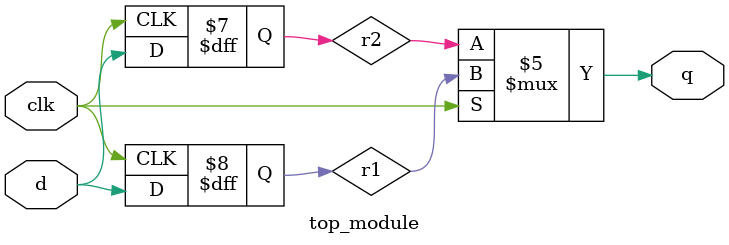
<source format=v>
module top_module (
    input clk,
    input d,
    output q
);
    reg r1,r2;
    always @(posedge clk)
        r1<=d;
    always @(negedge clk)
        r2<=d;
    always @(clk) begin
		if(clk)
			q = r1;
		else
			q = r2;
	 end 
endmodule

</source>
